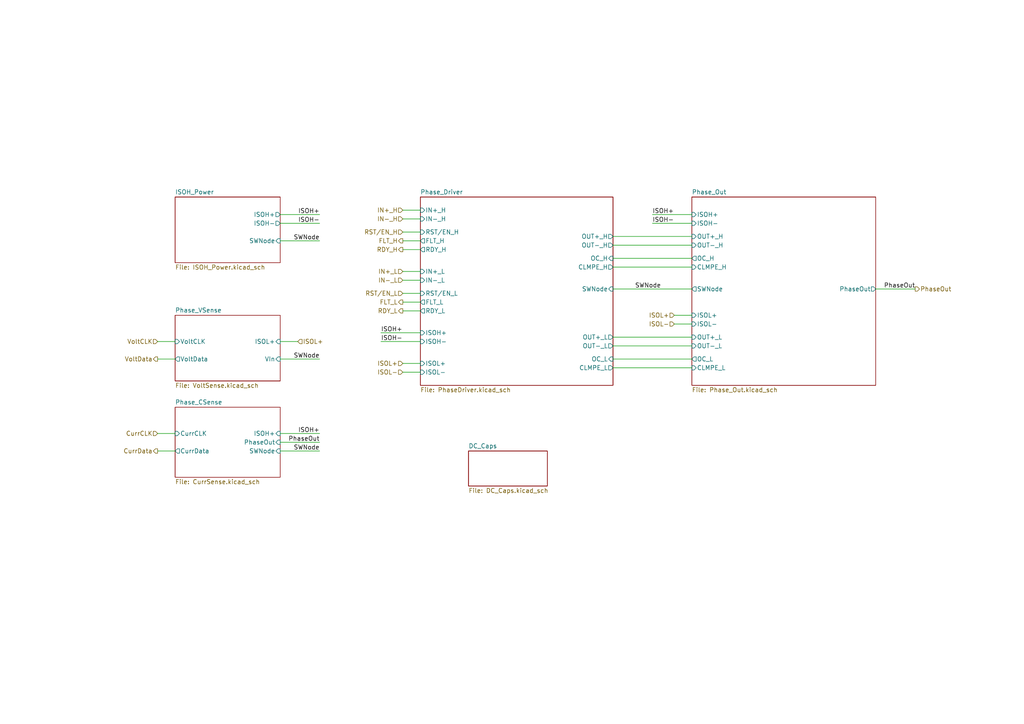
<source format=kicad_sch>
(kicad_sch
	(version 20250114)
	(generator "eeschema")
	(generator_version "9.0")
	(uuid "fe803aa9-0ca5-4a67-89b4-5ed811f6eaa3")
	(paper "A4")
	(lib_symbols)
	(wire
		(pts
			(xy 177.8 106.68) (xy 200.66 106.68)
		)
		(stroke
			(width 0)
			(type default)
		)
		(uuid "02da60dc-5d33-419a-95c3-e80bae96529a")
	)
	(wire
		(pts
			(xy 116.84 67.31) (xy 121.92 67.31)
		)
		(stroke
			(width 0)
			(type default)
		)
		(uuid "0a8a2222-e5cb-46a2-b704-c902351c8812")
	)
	(wire
		(pts
			(xy 177.8 68.58) (xy 200.66 68.58)
		)
		(stroke
			(width 0)
			(type default)
		)
		(uuid "0de6dc60-dc2f-47a7-b439-e27895e8b49d")
	)
	(wire
		(pts
			(xy 116.84 63.5) (xy 121.92 63.5)
		)
		(stroke
			(width 0)
			(type default)
		)
		(uuid "0f0b99a9-1907-4171-894d-76534b7f6f27")
	)
	(wire
		(pts
			(xy 81.28 62.23) (xy 92.71 62.23)
		)
		(stroke
			(width 0)
			(type default)
		)
		(uuid "10d9f267-5132-41ba-8208-1609669bf439")
	)
	(wire
		(pts
			(xy 45.72 130.81) (xy 50.8 130.81)
		)
		(stroke
			(width 0)
			(type default)
		)
		(uuid "142e83e5-42af-48e5-9412-0d9a28bf68c0")
	)
	(wire
		(pts
			(xy 177.8 74.93) (xy 200.66 74.93)
		)
		(stroke
			(width 0)
			(type default)
		)
		(uuid "19d689b3-8fde-41fe-bf19-e1e76725f66a")
	)
	(wire
		(pts
			(xy 177.8 97.79) (xy 200.66 97.79)
		)
		(stroke
			(width 0)
			(type default)
		)
		(uuid "217003f8-db20-431c-bcc9-836a00227203")
	)
	(wire
		(pts
			(xy 110.49 99.06) (xy 121.92 99.06)
		)
		(stroke
			(width 0)
			(type default)
		)
		(uuid "220054ec-0707-4b24-8794-5495fc82d090")
	)
	(wire
		(pts
			(xy 116.84 90.17) (xy 121.92 90.17)
		)
		(stroke
			(width 0)
			(type default)
		)
		(uuid "225ab165-859a-48e5-a253-3e2889d221fe")
	)
	(wire
		(pts
			(xy 81.28 64.77) (xy 92.71 64.77)
		)
		(stroke
			(width 0)
			(type default)
		)
		(uuid "2d2d510b-b137-46f3-889b-c4884dc6df66")
	)
	(wire
		(pts
			(xy 116.84 72.39) (xy 121.92 72.39)
		)
		(stroke
			(width 0)
			(type default)
		)
		(uuid "2d76d844-9f37-4060-ae42-40d75ab2dfb5")
	)
	(wire
		(pts
			(xy 81.28 130.81) (xy 92.71 130.81)
		)
		(stroke
			(width 0)
			(type default)
		)
		(uuid "2e2e543f-99d0-4512-8c17-d841813dcb02")
	)
	(wire
		(pts
			(xy 81.28 125.73) (xy 92.71 125.73)
		)
		(stroke
			(width 0)
			(type default)
		)
		(uuid "39732df7-a099-4648-9182-7f1fcd4b9e19")
	)
	(wire
		(pts
			(xy 81.28 69.85) (xy 92.71 69.85)
		)
		(stroke
			(width 0)
			(type default)
		)
		(uuid "3fa6ad21-13b5-4d2f-8315-c830a5190381")
	)
	(wire
		(pts
			(xy 189.23 64.77) (xy 200.66 64.77)
		)
		(stroke
			(width 0)
			(type default)
		)
		(uuid "405ee9f2-b67e-4006-80b1-b905a350252b")
	)
	(wire
		(pts
			(xy 110.49 96.52) (xy 121.92 96.52)
		)
		(stroke
			(width 0)
			(type default)
		)
		(uuid "4b27f440-a5a2-4f37-b00a-e9e3da42dab3")
	)
	(wire
		(pts
			(xy 116.84 81.28) (xy 121.92 81.28)
		)
		(stroke
			(width 0)
			(type default)
		)
		(uuid "6043e0e5-06ea-48c1-8f7f-c94e6e66430f")
	)
	(wire
		(pts
			(xy 45.72 99.06) (xy 50.8 99.06)
		)
		(stroke
			(width 0)
			(type default)
		)
		(uuid "671edb5b-0a9c-4d3d-afb7-65942fa70145")
	)
	(wire
		(pts
			(xy 116.84 85.09) (xy 121.92 85.09)
		)
		(stroke
			(width 0)
			(type default)
		)
		(uuid "6f9c1145-2d55-4b9a-9c12-03438e284ad4")
	)
	(wire
		(pts
			(xy 45.72 125.73) (xy 50.8 125.73)
		)
		(stroke
			(width 0)
			(type default)
		)
		(uuid "73fb3c4c-6b4c-4699-ade6-5a8f8a2f544b")
	)
	(wire
		(pts
			(xy 177.8 83.82) (xy 200.66 83.82)
		)
		(stroke
			(width 0)
			(type default)
		)
		(uuid "7b0ce256-03fe-41e3-bedb-1ea193483843")
	)
	(wire
		(pts
			(xy 177.8 77.47) (xy 200.66 77.47)
		)
		(stroke
			(width 0)
			(type default)
		)
		(uuid "7c48ff8a-113c-44f2-a19b-a1fbf6fd0c1e")
	)
	(wire
		(pts
			(xy 177.8 71.12) (xy 200.66 71.12)
		)
		(stroke
			(width 0)
			(type default)
		)
		(uuid "882d7e0d-01b9-4804-bfff-727ab6bd372d")
	)
	(wire
		(pts
			(xy 116.84 69.85) (xy 121.92 69.85)
		)
		(stroke
			(width 0)
			(type default)
		)
		(uuid "948e6e23-9740-4735-8f01-6a065090d026")
	)
	(wire
		(pts
			(xy 177.8 104.14) (xy 200.66 104.14)
		)
		(stroke
			(width 0)
			(type default)
		)
		(uuid "95a49d32-a6be-4bcd-8697-5f52bf594ef8")
	)
	(wire
		(pts
			(xy 45.72 104.14) (xy 50.8 104.14)
		)
		(stroke
			(width 0)
			(type default)
		)
		(uuid "a5e3370a-7574-4514-9fe3-55c71d95ec9f")
	)
	(wire
		(pts
			(xy 189.23 62.23) (xy 200.66 62.23)
		)
		(stroke
			(width 0)
			(type default)
		)
		(uuid "aadc4571-cff6-4869-bc1f-ed4f9e7b936c")
	)
	(wire
		(pts
			(xy 116.84 60.96) (xy 121.92 60.96)
		)
		(stroke
			(width 0)
			(type default)
		)
		(uuid "ac333a8b-cb1b-458b-a3e6-d374e854a0a5")
	)
	(wire
		(pts
			(xy 116.84 107.95) (xy 121.92 107.95)
		)
		(stroke
			(width 0)
			(type default)
		)
		(uuid "b098ca03-fbdd-44e9-ae25-165cbeca566f")
	)
	(wire
		(pts
			(xy 195.58 91.44) (xy 200.66 91.44)
		)
		(stroke
			(width 0)
			(type default)
		)
		(uuid "b7dd4cc9-fa43-4211-917d-d4a64f14e923")
	)
	(wire
		(pts
			(xy 116.84 87.63) (xy 121.92 87.63)
		)
		(stroke
			(width 0)
			(type default)
		)
		(uuid "beba5bbf-6f1c-4f59-af73-0df63d225f06")
	)
	(wire
		(pts
			(xy 116.84 78.74) (xy 121.92 78.74)
		)
		(stroke
			(width 0)
			(type default)
		)
		(uuid "c9505356-2fe4-4058-83bc-5e0e14167ab6")
	)
	(wire
		(pts
			(xy 195.58 93.98) (xy 200.66 93.98)
		)
		(stroke
			(width 0)
			(type default)
		)
		(uuid "cc7d0d08-3c4e-4163-90e9-5cce70ec266a")
	)
	(wire
		(pts
			(xy 177.8 100.33) (xy 200.66 100.33)
		)
		(stroke
			(width 0)
			(type default)
		)
		(uuid "da786411-65b5-4807-8cf5-5011bc2cdcc5")
	)
	(wire
		(pts
			(xy 254 83.82) (xy 265.43 83.82)
		)
		(stroke
			(width 0)
			(type default)
		)
		(uuid "e4734f39-1063-4142-b871-55ce2eb9e4a8")
	)
	(wire
		(pts
			(xy 81.28 99.06) (xy 86.36 99.06)
		)
		(stroke
			(width 0)
			(type default)
		)
		(uuid "f41e718f-8e61-4585-8154-495dcc305018")
	)
	(wire
		(pts
			(xy 116.84 105.41) (xy 121.92 105.41)
		)
		(stroke
			(width 0)
			(type default)
		)
		(uuid "f76f142c-079e-46c0-9331-fe53e3212740")
	)
	(wire
		(pts
			(xy 81.28 128.27) (xy 92.71 128.27)
		)
		(stroke
			(width 0)
			(type default)
		)
		(uuid "fa211732-a4f3-4555-a929-c5060bd721b4")
	)
	(wire
		(pts
			(xy 81.28 104.14) (xy 92.71 104.14)
		)
		(stroke
			(width 0)
			(type default)
		)
		(uuid "faf62c24-3a1c-4bce-b69e-6b1476e283c0")
	)
	(label "SWNode"
		(at 92.71 69.85 180)
		(effects
			(font
				(size 1.27 1.27)
			)
			(justify right bottom)
		)
		(uuid "00de792f-7486-43f5-a09b-0cbe80fc02ed")
	)
	(label "SWNode"
		(at 184.15 83.82 0)
		(effects
			(font
				(size 1.27 1.27)
			)
			(justify left bottom)
		)
		(uuid "080c9f42-ca75-49fb-8fd0-54d0593929a8")
	)
	(label "ISOH+"
		(at 110.49 96.52 0)
		(effects
			(font
				(size 1.27 1.27)
			)
			(justify left bottom)
		)
		(uuid "2348f34d-b21f-428d-b41a-4defea5d7a42")
	)
	(label "SWNode"
		(at 92.71 130.81 180)
		(effects
			(font
				(size 1.27 1.27)
			)
			(justify right bottom)
		)
		(uuid "2e97b7a3-b9dc-4b86-80aa-d5d0e7cb16fc")
	)
	(label "PhaseOut"
		(at 92.71 128.27 180)
		(effects
			(font
				(size 1.27 1.27)
			)
			(justify right bottom)
		)
		(uuid "3a863f2f-4ec3-4507-8b3f-895047f4d05f")
	)
	(label "PhaseOut"
		(at 265.43 83.82 180)
		(effects
			(font
				(size 1.27 1.27)
			)
			(justify right bottom)
		)
		(uuid "5e82a6b0-c2f5-494a-94b3-1644a57d8f53")
	)
	(label "ISOH-"
		(at 92.71 64.77 180)
		(effects
			(font
				(size 1.27 1.27)
			)
			(justify right bottom)
		)
		(uuid "82351a70-cc66-446d-8370-2c13c875d9f0")
	)
	(label "ISOH+"
		(at 92.71 125.73 180)
		(effects
			(font
				(size 1.27 1.27)
			)
			(justify right bottom)
		)
		(uuid "8fcd5197-5d3c-4871-8720-0cc27d2eec06")
	)
	(label "SWNode"
		(at 92.71 104.14 180)
		(effects
			(font
				(size 1.27 1.27)
			)
			(justify right bottom)
		)
		(uuid "a5f8784b-ca41-4689-a8d5-dc4308cc666d")
	)
	(label "ISOH-"
		(at 110.49 99.06 0)
		(effects
			(font
				(size 1.27 1.27)
			)
			(justify left bottom)
		)
		(uuid "be3860cb-fdac-4b8d-8958-cbac48afe3e3")
	)
	(label "ISOH+"
		(at 92.71 62.23 180)
		(effects
			(font
				(size 1.27 1.27)
			)
			(justify right bottom)
		)
		(uuid "c4634f5d-7322-4435-bac2-8391e8ba5c29")
	)
	(label "ISOH+"
		(at 189.23 62.23 0)
		(effects
			(font
				(size 1.27 1.27)
			)
			(justify left bottom)
		)
		(uuid "fd7ff0f4-8a31-465c-b473-6094642ed191")
	)
	(label "ISOH-"
		(at 189.23 64.77 0)
		(effects
			(font
				(size 1.27 1.27)
			)
			(justify left bottom)
		)
		(uuid "ff3715cf-d3ef-4fca-a8e9-22afec2f73fa")
	)
	(hierarchical_label "IN+_H"
		(shape input)
		(at 116.84 60.96 180)
		(effects
			(font
				(size 1.27 1.27)
			)
			(justify right)
		)
		(uuid "038b6345-8900-49a5-a9a9-a0cabbfcf45c")
	)
	(hierarchical_label "VoltCLK"
		(shape input)
		(at 45.72 99.06 180)
		(effects
			(font
				(size 1.27 1.27)
			)
			(justify right)
		)
		(uuid "215b3fae-fcd0-45a8-b466-5ac8cbc1be8d")
	)
	(hierarchical_label "RST{slash}EN_H"
		(shape input)
		(at 116.84 67.31 180)
		(effects
			(font
				(size 1.27 1.27)
			)
			(justify right)
		)
		(uuid "510217a0-ff03-49bd-a712-c12aaa7934cb")
	)
	(hierarchical_label "CurrData"
		(shape output)
		(at 45.72 130.81 180)
		(effects
			(font
				(size 1.27 1.27)
			)
			(justify right)
		)
		(uuid "5dcb18c8-b72c-469f-9e4d-7f96efb47b92")
	)
	(hierarchical_label "VoltData"
		(shape output)
		(at 45.72 104.14 180)
		(effects
			(font
				(size 1.27 1.27)
			)
			(justify right)
		)
		(uuid "6070c5b1-4b48-4c38-b986-4333f3e77209")
	)
	(hierarchical_label "CurrCLK"
		(shape input)
		(at 45.72 125.73 180)
		(effects
			(font
				(size 1.27 1.27)
			)
			(justify right)
		)
		(uuid "62b8af29-dee7-4ce1-8452-a34752f3c271")
	)
	(hierarchical_label "ISOL-"
		(shape input)
		(at 116.84 107.95 180)
		(effects
			(font
				(size 1.27 1.27)
			)
			(justify right)
		)
		(uuid "6788662d-04e8-4a45-9366-7644a4291d8a")
	)
	(hierarchical_label "ISOL-"
		(shape input)
		(at 195.58 93.98 180)
		(effects
			(font
				(size 1.27 1.27)
			)
			(justify right)
		)
		(uuid "735aa6a7-2e6d-478a-b439-3bce23f22f8b")
	)
	(hierarchical_label "PhaseOut"
		(shape output)
		(at 265.43 83.82 0)
		(effects
			(font
				(size 1.27 1.27)
			)
			(justify left)
		)
		(uuid "7594928e-abd9-4a39-b418-02eb56e712e7")
	)
	(hierarchical_label "RST{slash}EN_L"
		(shape input)
		(at 116.84 85.09 180)
		(effects
			(font
				(size 1.27 1.27)
			)
			(justify right)
		)
		(uuid "9b3004ae-e6c0-4142-837a-53cd48e8f5c8")
	)
	(hierarchical_label "RDY_H"
		(shape output)
		(at 116.84 72.39 180)
		(effects
			(font
				(size 1.27 1.27)
			)
			(justify right)
		)
		(uuid "9f7502f3-c4b1-4644-a1c4-c7aaf8015936")
	)
	(hierarchical_label "FLT_H"
		(shape output)
		(at 116.84 69.85 180)
		(effects
			(font
				(size 1.27 1.27)
			)
			(justify right)
		)
		(uuid "a8fc14a8-833d-4c2b-9577-34885e546a7d")
	)
	(hierarchical_label "RDY_L"
		(shape output)
		(at 116.84 90.17 180)
		(effects
			(font
				(size 1.27 1.27)
			)
			(justify right)
		)
		(uuid "c9ac9b39-9e1e-440b-b998-662cbc0c3f2f")
	)
	(hierarchical_label "FLT_L"
		(shape output)
		(at 116.84 87.63 180)
		(effects
			(font
				(size 1.27 1.27)
			)
			(justify right)
		)
		(uuid "d88f5804-41b4-4a2d-9eea-aff2298faf0c")
	)
	(hierarchical_label "IN-_L"
		(shape input)
		(at 116.84 81.28 180)
		(effects
			(font
				(size 1.27 1.27)
			)
			(justify right)
		)
		(uuid "e636826d-58e2-43ee-8144-051e3cc80f3a")
	)
	(hierarchical_label "IN-_H"
		(shape input)
		(at 116.84 63.5 180)
		(effects
			(font
				(size 1.27 1.27)
			)
			(justify right)
		)
		(uuid "efe44149-0856-4ce5-b48f-1e3fc417855d")
	)
	(hierarchical_label "ISOL+"
		(shape input)
		(at 86.36 99.06 0)
		(effects
			(font
				(size 1.27 1.27)
			)
			(justify left)
		)
		(uuid "f0f5bf71-2835-46ec-aa55-ab062266057b")
	)
	(hierarchical_label "ISOL+"
		(shape input)
		(at 195.58 91.44 180)
		(effects
			(font
				(size 1.27 1.27)
			)
			(justify right)
		)
		(uuid "f7d880d6-1983-4884-b02f-ec90a622f874")
	)
	(hierarchical_label "IN+_L"
		(shape input)
		(at 116.84 78.74 180)
		(effects
			(font
				(size 1.27 1.27)
			)
			(justify right)
		)
		(uuid "f8639942-67f9-40c5-b37a-de679fe38471")
	)
	(hierarchical_label "ISOL+"
		(shape input)
		(at 116.84 105.41 180)
		(effects
			(font
				(size 1.27 1.27)
			)
			(justify right)
		)
		(uuid "f894cba1-9fc8-40bc-9aec-f083e2b1d145")
	)
	(sheet
		(at 50.8 118.11)
		(size 30.48 20.32)
		(exclude_from_sim no)
		(in_bom yes)
		(on_board yes)
		(dnp no)
		(fields_autoplaced yes)
		(stroke
			(width 0.1524)
			(type solid)
		)
		(fill
			(color 0 0 0 0.0000)
		)
		(uuid "3aef579f-66ac-4570-8e3c-1ed3bd255ec3")
		(property "Sheetname" "Phase_CSense"
			(at 50.8 117.3984 0)
			(effects
				(font
					(size 1.27 1.27)
				)
				(justify left bottom)
			)
		)
		(property "Sheetfile" "CurrSense.kicad_sch"
			(at 50.8 139.0146 0)
			(effects
				(font
					(size 1.27 1.27)
				)
				(justify left top)
			)
		)
		(pin "CurrCLK" input
			(at 50.8 125.73 180)
			(uuid "a949bd4f-5f87-461d-b607-bf0201ad5859")
			(effects
				(font
					(size 1.27 1.27)
				)
				(justify left)
			)
		)
		(pin "CurrData" output
			(at 50.8 130.81 180)
			(uuid "eb9db1a3-07ca-4764-a5eb-3c42e7993a1a")
			(effects
				(font
					(size 1.27 1.27)
				)
				(justify left)
			)
		)
		(pin "ISOH+" input
			(at 81.28 125.73 0)
			(uuid "91f9b666-75d7-4b90-ac1b-721371682d1e")
			(effects
				(font
					(size 1.27 1.27)
				)
				(justify right)
			)
		)
		(pin "PhaseOut" input
			(at 81.28 128.27 0)
			(uuid "8826016d-e90c-45de-bed7-605d30b9a688")
			(effects
				(font
					(size 1.27 1.27)
				)
				(justify right)
			)
		)
		(pin "SWNode" input
			(at 81.28 130.81 0)
			(uuid "cc8096f5-aa03-433d-9a14-60fd0dd31ce5")
			(effects
				(font
					(size 1.27 1.27)
				)
				(justify right)
			)
		)
		(instances
			(project "TractionInverter"
				(path "/bc91ffbf-afc6-42bb-9d28-6a3fecc21fcc/3f7f1099-e875-4a86-860c-ef7a3936f734"
					(page "9")
				)
				(path "/bc91ffbf-afc6-42bb-9d28-6a3fecc21fcc/f1a23dc8-fe65-401e-b36f-fdc2d19203b3"
					(page "20")
				)
				(path "/bc91ffbf-afc6-42bb-9d28-6a3fecc21fcc/ebf1904e-ffdd-4ce1-98fa-2546468af80b"
					(page "28")
				)
			)
		)
	)
	(sheet
		(at 121.92 57.15)
		(size 55.88 54.61)
		(exclude_from_sim no)
		(in_bom yes)
		(on_board yes)
		(dnp no)
		(fields_autoplaced yes)
		(stroke
			(width 0.1524)
			(type solid)
		)
		(fill
			(color 0 0 0 0.0000)
		)
		(uuid "7e5136bb-6a13-40ee-9d22-c3faccfc9214")
		(property "Sheetname" "Phase_Driver"
			(at 121.92 56.4384 0)
			(effects
				(font
					(size 1.27 1.27)
				)
				(justify left bottom)
			)
		)
		(property "Sheetfile" "PhaseDriver.kicad_sch"
			(at 121.92 112.3446 0)
			(effects
				(font
					(size 1.27 1.27)
				)
				(justify left top)
			)
		)
		(pin "CLMPE_H" output
			(at 177.8 77.47 0)
			(uuid "75b24cd2-06a4-4e2b-aebf-4383081400bc")
			(effects
				(font
					(size 1.27 1.27)
				)
				(justify right)
			)
		)
		(pin "CLMPE_L" output
			(at 177.8 106.68 0)
			(uuid "ad33d588-1ae6-4f94-aaa8-54831cd726b7")
			(effects
				(font
					(size 1.27 1.27)
				)
				(justify right)
			)
		)
		(pin "FLT_H" output
			(at 121.92 69.85 180)
			(uuid "96e1565e-c972-4a0d-b1d9-cf28a2fefb2e")
			(effects
				(font
					(size 1.27 1.27)
				)
				(justify left)
			)
		)
		(pin "FLT_L" output
			(at 121.92 87.63 180)
			(uuid "a4792675-7f62-4b83-9f1d-af3d95710895")
			(effects
				(font
					(size 1.27 1.27)
				)
				(justify left)
			)
		)
		(pin "IN+_H" input
			(at 121.92 60.96 180)
			(uuid "ee31f244-a412-489d-96fb-530ff4047dc1")
			(effects
				(font
					(size 1.27 1.27)
				)
				(justify left)
			)
		)
		(pin "IN+_L" input
			(at 121.92 78.74 180)
			(uuid "dc8a43c3-74a0-480e-85f7-3544c7ad9429")
			(effects
				(font
					(size 1.27 1.27)
				)
				(justify left)
			)
		)
		(pin "IN-_H" input
			(at 121.92 63.5 180)
			(uuid "66a1313d-e91f-48f3-8650-ea092e32ddb4")
			(effects
				(font
					(size 1.27 1.27)
				)
				(justify left)
			)
		)
		(pin "IN-_L" input
			(at 121.92 81.28 180)
			(uuid "193a25c8-ffcc-4e35-8356-3e26405ebe13")
			(effects
				(font
					(size 1.27 1.27)
				)
				(justify left)
			)
		)
		(pin "ISOH+" input
			(at 121.92 96.52 180)
			(uuid "fbd63381-4a08-4023-92d1-ae41db7fabcf")
			(effects
				(font
					(size 1.27 1.27)
				)
				(justify left)
			)
		)
		(pin "ISOH-" input
			(at 121.92 99.06 180)
			(uuid "e083801a-a49f-44f3-9c9f-c972dbbb7d95")
			(effects
				(font
					(size 1.27 1.27)
				)
				(justify left)
			)
		)
		(pin "OC_H" input
			(at 177.8 74.93 0)
			(uuid "b533fe41-d4d4-4f3b-aa9b-a92e7fd06d86")
			(effects
				(font
					(size 1.27 1.27)
				)
				(justify right)
			)
		)
		(pin "OC_L" input
			(at 177.8 104.14 0)
			(uuid "67baa930-bde6-4652-9cac-76eb3e1164ca")
			(effects
				(font
					(size 1.27 1.27)
				)
				(justify right)
			)
		)
		(pin "OUT+_H" output
			(at 177.8 68.58 0)
			(uuid "8dd5fda2-2d27-4ff4-8c5a-c60aac300910")
			(effects
				(font
					(size 1.27 1.27)
				)
				(justify right)
			)
		)
		(pin "OUT-_H" output
			(at 177.8 71.12 0)
			(uuid "253132e2-5602-4c45-a2a7-de662feb6770")
			(effects
				(font
					(size 1.27 1.27)
				)
				(justify right)
			)
		)
		(pin "OUT+_L" output
			(at 177.8 97.79 0)
			(uuid "592d9d20-c6fd-4ef5-98b9-58a8c27310f1")
			(effects
				(font
					(size 1.27 1.27)
				)
				(justify right)
			)
		)
		(pin "OUT-_L" output
			(at 177.8 100.33 0)
			(uuid "eb794c80-e055-40ce-a3ba-2af0e36ad838")
			(effects
				(font
					(size 1.27 1.27)
				)
				(justify right)
			)
		)
		(pin "RDY_H" output
			(at 121.92 72.39 180)
			(uuid "a2e73d9c-9533-4cc7-a76b-3090728d7491")
			(effects
				(font
					(size 1.27 1.27)
				)
				(justify left)
			)
		)
		(pin "RDY_L" output
			(at 121.92 90.17 180)
			(uuid "64acfc09-031d-4611-bc25-514d93dafdb3")
			(effects
				(font
					(size 1.27 1.27)
				)
				(justify left)
			)
		)
		(pin "RST{slash}EN_H" input
			(at 121.92 67.31 180)
			(uuid "cb499d95-b1e6-4705-82d5-420190d90800")
			(effects
				(font
					(size 1.27 1.27)
				)
				(justify left)
			)
		)
		(pin "RST{slash}EN_L" input
			(at 121.92 85.09 180)
			(uuid "65017185-65af-482d-a507-a17e2e81f731")
			(effects
				(font
					(size 1.27 1.27)
				)
				(justify left)
			)
		)
		(pin "SWNode" input
			(at 177.8 83.82 0)
			(uuid "f2816f21-eff6-4680-a3c4-2569b374e034")
			(effects
				(font
					(size 1.27 1.27)
				)
				(justify right)
			)
		)
		(pin "ISOL+" input
			(at 121.92 105.41 180)
			(uuid "628c39ae-abdb-440b-afb9-e7c5abc80cfc")
			(effects
				(font
					(size 1.27 1.27)
				)
				(justify left)
			)
		)
		(pin "ISOL-" input
			(at 121.92 107.95 180)
			(uuid "4003b4a8-e8f6-4b36-963a-10fb6203998b")
			(effects
				(font
					(size 1.27 1.27)
				)
				(justify left)
			)
		)
		(instances
			(project "TractionInverter"
				(path "/bc91ffbf-afc6-42bb-9d28-6a3fecc21fcc/3f7f1099-e875-4a86-860c-ef7a3936f734"
					(page "4")
				)
				(path "/bc91ffbf-afc6-42bb-9d28-6a3fecc21fcc/f1a23dc8-fe65-401e-b36f-fdc2d19203b3"
					(page "17")
				)
				(path "/bc91ffbf-afc6-42bb-9d28-6a3fecc21fcc/ebf1904e-ffdd-4ce1-98fa-2546468af80b"
					(page "25")
				)
			)
		)
	)
	(sheet
		(at 135.89 130.81)
		(size 22.86 10.16)
		(exclude_from_sim no)
		(in_bom yes)
		(on_board yes)
		(dnp no)
		(fields_autoplaced yes)
		(stroke
			(width 0.1524)
			(type solid)
		)
		(fill
			(color 0 0 0 0.0000)
		)
		(uuid "7f121e65-bac8-486a-babd-fdbc56459f95")
		(property "Sheetname" "DC_Caps"
			(at 135.89 130.0984 0)
			(effects
				(font
					(size 1.27 1.27)
				)
				(justify left bottom)
			)
		)
		(property "Sheetfile" "DC_Caps.kicad_sch"
			(at 135.89 141.5546 0)
			(effects
				(font
					(size 1.27 1.27)
				)
				(justify left top)
			)
		)
		(instances
			(project "TractionInverter"
				(path "/bc91ffbf-afc6-42bb-9d28-6a3fecc21fcc/3f7f1099-e875-4a86-860c-ef7a3936f734"
					(page "2")
				)
				(path "/bc91ffbf-afc6-42bb-9d28-6a3fecc21fcc/f1a23dc8-fe65-401e-b36f-fdc2d19203b3"
					(page "30")
				)
				(path "/bc91ffbf-afc6-42bb-9d28-6a3fecc21fcc/ebf1904e-ffdd-4ce1-98fa-2546468af80b"
					(page "32")
				)
			)
		)
	)
	(sheet
		(at 200.66 57.15)
		(size 53.34 54.61)
		(exclude_from_sim no)
		(in_bom yes)
		(on_board yes)
		(dnp no)
		(fields_autoplaced yes)
		(stroke
			(width 0.1524)
			(type solid)
		)
		(fill
			(color 0 0 0 0.0000)
		)
		(uuid "8a53f8a7-4fee-45b0-8115-af4354d69d86")
		(property "Sheetname" "Phase_Out"
			(at 200.66 56.4384 0)
			(effects
				(font
					(size 1.27 1.27)
				)
				(justify left bottom)
			)
		)
		(property "Sheetfile" "Phase_Out.kicad_sch"
			(at 200.66 112.3446 0)
			(effects
				(font
					(size 1.27 1.27)
				)
				(justify left top)
			)
		)
		(pin "CLMPE_H" input
			(at 200.66 77.47 180)
			(uuid "73209184-a1a7-475f-b900-cf07c52cabf9")
			(effects
				(font
					(size 1.27 1.27)
				)
				(justify left)
			)
		)
		(pin "CLMPE_L" input
			(at 200.66 106.68 180)
			(uuid "a2c6d51a-1b95-490f-a639-95356b030bb5")
			(effects
				(font
					(size 1.27 1.27)
				)
				(justify left)
			)
		)
		(pin "ISOH+" input
			(at 200.66 62.23 180)
			(uuid "d277aebd-a686-47c3-8db0-a8fa869f19d7")
			(effects
				(font
					(size 1.27 1.27)
				)
				(justify left)
			)
		)
		(pin "ISOH-" input
			(at 200.66 64.77 180)
			(uuid "d332ebbd-d07d-4247-ae13-8eec308db9cc")
			(effects
				(font
					(size 1.27 1.27)
				)
				(justify left)
			)
		)
		(pin "OC_H" output
			(at 200.66 74.93 180)
			(uuid "1d43f040-e041-4382-9fd1-146eb7078bed")
			(effects
				(font
					(size 1.27 1.27)
				)
				(justify left)
			)
		)
		(pin "OC_L" output
			(at 200.66 104.14 180)
			(uuid "4c70b255-8a94-4c2b-b33e-64629805936e")
			(effects
				(font
					(size 1.27 1.27)
				)
				(justify left)
			)
		)
		(pin "OUT+_H" input
			(at 200.66 68.58 180)
			(uuid "f452616d-4348-42be-9aae-9afd8d79c57d")
			(effects
				(font
					(size 1.27 1.27)
				)
				(justify left)
			)
		)
		(pin "OUT+_L" input
			(at 200.66 97.79 180)
			(uuid "6393a1b6-5abc-4b75-afb5-93b6e077c8d5")
			(effects
				(font
					(size 1.27 1.27)
				)
				(justify left)
			)
		)
		(pin "OUT-_H" input
			(at 200.66 71.12 180)
			(uuid "1b453a1b-10da-4727-82a1-404193bd0b66")
			(effects
				(font
					(size 1.27 1.27)
				)
				(justify left)
			)
		)
		(pin "OUT-_L" input
			(at 200.66 100.33 180)
			(uuid "c925f444-e821-4fee-bcb7-5c3638983ce7")
			(effects
				(font
					(size 1.27 1.27)
				)
				(justify left)
			)
		)
		(pin "PhaseOut" output
			(at 254 83.82 0)
			(uuid "2e722c2a-f42e-4fe5-ac25-b70f10c46bd3")
			(effects
				(font
					(size 1.27 1.27)
				)
				(justify right)
			)
		)
		(pin "SWNode" output
			(at 200.66 83.82 180)
			(uuid "2c74e89d-3563-4a00-9a8e-05c0257feff9")
			(effects
				(font
					(size 1.27 1.27)
				)
				(justify left)
			)
		)
		(pin "ISOL+" input
			(at 200.66 91.44 180)
			(uuid "4e443c8d-08f8-48a0-9cf4-650907e795f7")
			(effects
				(font
					(size 1.27 1.27)
				)
				(justify left)
			)
		)
		(pin "ISOL-" input
			(at 200.66 93.98 180)
			(uuid "0601ddd8-a9f8-4e04-818e-784c35ad5929")
			(effects
				(font
					(size 1.27 1.27)
				)
				(justify left)
			)
		)
		(instances
			(project "TractionInverter"
				(path "/bc91ffbf-afc6-42bb-9d28-6a3fecc21fcc/3f7f1099-e875-4a86-860c-ef7a3936f734"
					(page "5")
				)
				(path "/bc91ffbf-afc6-42bb-9d28-6a3fecc21fcc/f1a23dc8-fe65-401e-b36f-fdc2d19203b3"
					(page "15")
				)
				(path "/bc91ffbf-afc6-42bb-9d28-6a3fecc21fcc/ebf1904e-ffdd-4ce1-98fa-2546468af80b"
					(page "23")
				)
			)
		)
	)
	(sheet
		(at 50.8 91.44)
		(size 30.48 19.05)
		(exclude_from_sim no)
		(in_bom yes)
		(on_board yes)
		(dnp no)
		(fields_autoplaced yes)
		(stroke
			(width 0.1524)
			(type solid)
		)
		(fill
			(color 0 0 0 0.0000)
		)
		(uuid "ab1fc039-f726-4d91-be20-aafadbcf731a")
		(property "Sheetname" "Phase_VSense"
			(at 50.8 90.7284 0)
			(effects
				(font
					(size 1.27 1.27)
				)
				(justify left bottom)
			)
		)
		(property "Sheetfile" "VoltSense.kicad_sch"
			(at 50.8 111.0746 0)
			(effects
				(font
					(size 1.27 1.27)
				)
				(justify left top)
			)
		)
		(pin "VoltCLK" input
			(at 50.8 99.06 180)
			(uuid "392c53fe-a616-41a0-81d3-9e0bd48e6900")
			(effects
				(font
					(size 1.27 1.27)
				)
				(justify left)
			)
		)
		(pin "VoltData" output
			(at 50.8 104.14 180)
			(uuid "52d8f7cc-ce5c-442c-a004-506d34701089")
			(effects
				(font
					(size 1.27 1.27)
				)
				(justify left)
			)
		)
		(pin "ISOL+" input
			(at 81.28 99.06 0)
			(uuid "f4c81232-0c58-4637-b244-9f6241608aba")
			(effects
				(font
					(size 1.27 1.27)
				)
				(justify right)
			)
		)
		(pin "VIn" input
			(at 81.28 104.14 0)
			(uuid "3122ae06-e421-468e-b590-b47fc7ba6fcc")
			(effects
				(font
					(size 1.27 1.27)
				)
				(justify right)
			)
		)
		(instances
			(project "TractionInverter"
				(path "/bc91ffbf-afc6-42bb-9d28-6a3fecc21fcc/3f7f1099-e875-4a86-860c-ef7a3936f734"
					(page "6")
				)
				(path "/bc91ffbf-afc6-42bb-9d28-6a3fecc21fcc/f1a23dc8-fe65-401e-b36f-fdc2d19203b3"
					(page "18")
				)
				(path "/bc91ffbf-afc6-42bb-9d28-6a3fecc21fcc/ebf1904e-ffdd-4ce1-98fa-2546468af80b"
					(page "26")
				)
			)
		)
	)
	(sheet
		(at 50.8 57.15)
		(size 30.48 19.05)
		(exclude_from_sim no)
		(in_bom yes)
		(on_board yes)
		(dnp no)
		(fields_autoplaced yes)
		(stroke
			(width 0.1524)
			(type solid)
		)
		(fill
			(color 0 0 0 0.0000)
		)
		(uuid "d240fb37-0ee4-4cc4-ab85-1f7fcf33acfc")
		(property "Sheetname" "ISOH_Power"
			(at 50.8 56.4384 0)
			(effects
				(font
					(size 1.27 1.27)
				)
				(justify left bottom)
			)
		)
		(property "Sheetfile" "ISOH_Power.kicad_sch"
			(at 50.8 76.7846 0)
			(effects
				(font
					(size 1.27 1.27)
				)
				(justify left top)
			)
		)
		(pin "ISOH+" output
			(at 81.28 62.23 0)
			(uuid "4d39e6bf-dca3-4966-b44d-da90678930cf")
			(effects
				(font
					(size 1.27 1.27)
				)
				(justify right)
			)
		)
		(pin "ISOH-" output
			(at 81.28 64.77 0)
			(uuid "0537031a-0fc8-4dc9-8617-6490f6e14eb9")
			(effects
				(font
					(size 1.27 1.27)
				)
				(justify right)
			)
		)
		(pin "SWNode" input
			(at 81.28 69.85 0)
			(uuid "561640f6-8f6c-4b9d-997c-fcc7a15f3eb0")
			(effects
				(font
					(size 1.27 1.27)
				)
				(justify right)
			)
		)
		(instances
			(project "TractionInverter"
				(path "/bc91ffbf-afc6-42bb-9d28-6a3fecc21fcc/3f7f1099-e875-4a86-860c-ef7a3936f734"
					(page "8")
				)
				(path "/bc91ffbf-afc6-42bb-9d28-6a3fecc21fcc/f1a23dc8-fe65-401e-b36f-fdc2d19203b3"
					(page "19")
				)
				(path "/bc91ffbf-afc6-42bb-9d28-6a3fecc21fcc/ebf1904e-ffdd-4ce1-98fa-2546468af80b"
					(page "27")
				)
			)
		)
	)
)

</source>
